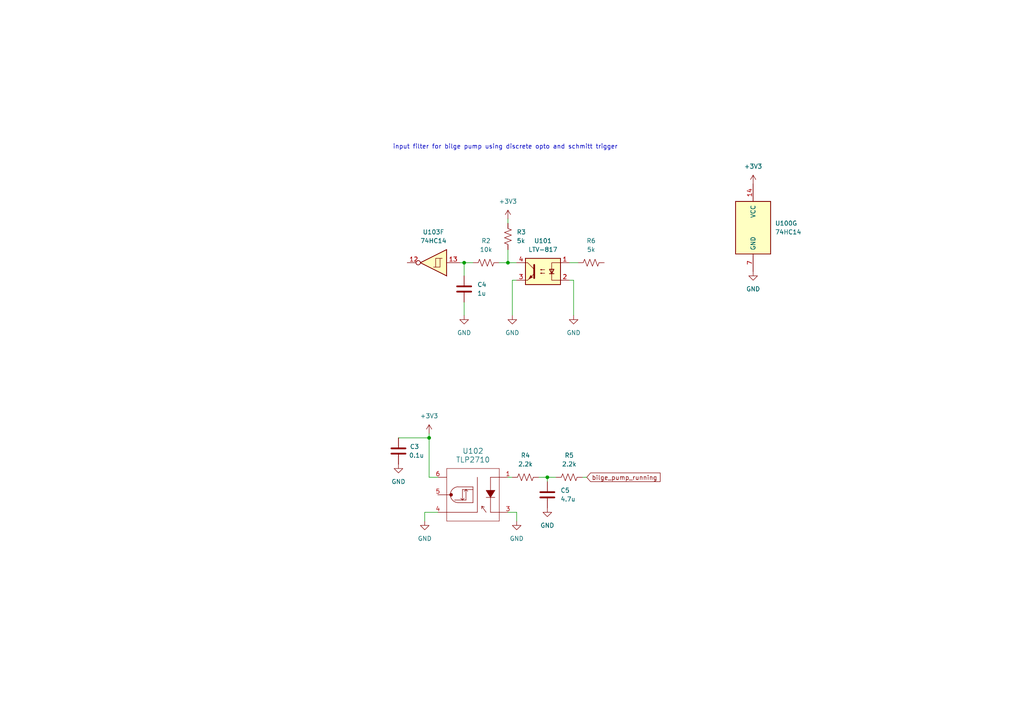
<source format=kicad_sch>
(kicad_sch (version 20231120) (generator "eeschema") (generator_version "8.0")
  (paper "A4")
  (lib_symbols
    (symbol "74xx:74HC14" (pin_names (offset 1.016))
      (property "Reference" "U" (at 0 1.27 0))
      (property "Value" "74HC14" (at 0 -1.27 0))
      (symbol "74HC14_1_0"
        (polyline (pts (xy -3.81 3.81) (xy -3.81 -3.81) (xy 3.81 0) (xy -3.81 3.81)) (stroke (width 0.254)) (fill (type background)))
        (pin input line (at -7.62 0 0) (length 3.81) (name "~") (number "1"))
        (pin output inverted (at 7.62 0 180) (length 3.81) (name "~") (number "2"))
      )
      (symbol "74HC14_1_1"
        (polyline (pts (xy -1.905 -1.27) (xy -1.905 1.27) (xy -0.635 1.27)))
        (polyline (pts (xy -2.54 -1.27) (xy -0.635 -1.27) (xy -0.635 1.27) (xy 0 1.27)))
      )
      (symbol "74HC14_2_0"
        (polyline (pts (xy -3.81 3.81) (xy -3.81 -3.81) (xy 3.81 0) (xy -3.81 3.81)) (stroke (width 0.254)) (fill (type background)))
        (pin input line (at -7.62 0 0) (length 3.81) (name "~") (number "3"))
        (pin output inverted (at 7.62 0 180) (length 3.81) (name "~") (number "4"))
      )
      (symbol "74HC14_2_1"
        (polyline (pts (xy -1.905 -1.27) (xy -1.905 1.27) (xy -0.635 1.27)))
        (polyline (pts (xy -2.54 -1.27) (xy -0.635 -1.27) (xy -0.635 1.27) (xy 0 1.27)))
      )
      (symbol "74HC14_3_0"
        (polyline (pts (xy -3.81 3.81) (xy -3.81 -3.81) (xy 3.81 0) (xy -3.81 3.81)) (stroke (width 0.254)) (fill (type background)))
        (pin input line (at -7.62 0 0) (length 3.81) (name "~") (number "5"))
        (pin output inverted (at 7.62 0 180) (length 3.81) (name "~") (number "6"))
      )
      (symbol "74HC14_3_1"
        (polyline (pts (xy -1.905 -1.27) (xy -1.905 1.27) (xy -0.635 1.27)))
        (polyline (pts (xy -2.54 -1.27) (xy -0.635 -1.27) (xy -0.635 1.27) (xy 0 1.27)))
      )
      (symbol "74HC14_4_0"
        (polyline (pts (xy -3.81 3.81) (xy -3.81 -3.81) (xy 3.81 0) (xy -3.81 3.81)) (stroke (width 0.254)) (fill (type background)))
        (pin output inverted (at 7.62 0 180) (length 3.81) (name "~") (number "8"))
        (pin input line (at -7.62 0 0) (length 3.81) (name "~") (number "9"))
      )
      (symbol "74HC14_4_1"
        (polyline (pts (xy -1.905 -1.27) (xy -1.905 1.27) (xy -0.635 1.27)))
        (polyline (pts (xy -2.54 -1.27) (xy -0.635 -1.27) (xy -0.635 1.27) (xy 0 1.27)))
      )
      (symbol "74HC14_5_0"
        (polyline (pts (xy -3.81 3.81) (xy -3.81 -3.81) (xy 3.81 0) (xy -3.81 3.81)) (stroke (width 0.254)) (fill (type background)))
        (pin output inverted (at 7.62 0 180) (length 3.81) (name "~") (number "10"))
        (pin input line (at -7.62 0 0) (length 3.81) (name "~") (number "11"))
      )
      (symbol "74HC14_5_1"
        (polyline (pts (xy -1.905 -1.27) (xy -1.905 1.27) (xy -0.635 1.27)))
        (polyline (pts (xy -2.54 -1.27) (xy -0.635 -1.27) (xy -0.635 1.27) (xy 0 1.27)))
      )
      (symbol "74HC14_6_0"
        (polyline (pts (xy -3.81 3.81) (xy -3.81 -3.81) (xy 3.81 0) (xy -3.81 3.81)) (stroke (width 0.254)) (fill (type background)))
        (pin output inverted (at 7.62 0 180) (length 3.81) (name "~") (number "12"))
        (pin input line (at -7.62 0 0) (length 3.81) (name "~") (number "13"))
      )
      (symbol "74HC14_6_1"
        (polyline (pts (xy -1.905 -1.27) (xy -1.905 1.27) (xy -0.635 1.27)))
        (polyline (pts (xy -2.54 -1.27) (xy -0.635 -1.27) (xy -0.635 1.27) (xy 0 1.27)))
      )
      (symbol "74HC14_7_0"
        (pin power_in line (at 0 12.7 270) (length 5.08) (name "VCC") (number "14"))
        (pin power_in line (at 0 -12.7 90) (length 5.08) (name "GND") (number "7"))
      )
      (symbol "74HC14_7_1"
        (rectangle (start -5.08 7.62) (end 5.08 -7.62) (stroke (width 0.254)) (fill (type background)))
      )
    )
    (symbol "Device:C" (pin_numbers hide) (pin_names (offset 0.254))
      (property "Reference" "C" (at 0.635 2.54 0))
      (property "Value" "C" (at 0.635 -2.54 0))
      (symbol "C_0_1"
        (polyline (pts (xy -2.032 -0.762) (xy 2.032 -0.762)) (stroke (width 0.508)))
        (polyline (pts (xy -2.032 0.762) (xy 2.032 0.762)) (stroke (width 0.508)))
      )
      (symbol "C_1_1"
        (pin passive line (at 0 3.81 270) (length 2.794) (name "~") (number "1"))
        (pin passive line (at 0 -3.81 90) (length 2.794) (name "~") (number "2"))
      )
    )
    (symbol "Device:R_US" (pin_numbers hide) (pin_names (offset 0))
      (property "Reference" "R" (at 2.54 0 90))
      (property "Value" "R_US" (at -2.54 0 90))
      (symbol "R_US_0_1"
        (polyline (pts (xy 0 -2.286) (xy 0 -2.54)))
        (polyline (pts (xy 0 2.286) (xy 0 2.54)))
        (polyline (pts (xy 0 -0.762) (xy 1.016 -1.143) (xy 0 -1.524) (xy -1.016 -1.905) (xy 0 -2.286)))
        (polyline (pts (xy 0 0.762) (xy 1.016 0.381) (xy 0 0) (xy -1.016 -0.381) (xy 0 -0.762)))
        (polyline (pts (xy 0 2.286) (xy 1.016 1.905) (xy 0 1.524) (xy -1.016 1.143) (xy 0 0.762)))
      )
      (symbol "R_US_1_1"
        (pin passive line (at 0 3.81 270) (length 1.27) (name "~") (number "1"))
        (pin passive line (at 0 -3.81 90) (length 1.27) (name "~") (number "2"))
      )
    )
    (symbol "Isolator:LTV-817" (pin_names (offset 1.016))
      (property "Reference" "U" (at -5.08 5.08 0))
      (property "Value" "LTV-817" (at 0 5.08 0))
      (symbol "LTV-817_0_1"
        (rectangle (start -5.08 3.81) (end 5.08 -3.81) (stroke (width 0.254)) (fill (type background)))
        (polyline (pts (xy -3.175 -0.635) (xy -1.905 -0.635)) (stroke (width 0.254)))
        (polyline (pts (xy 2.54 0.635) (xy 4.445 2.54)))
        (polyline (pts (xy 4.445 -2.54) (xy 2.54 -0.635)) (fill (type outline)))
        (polyline (pts (xy 4.445 -2.54) (xy 5.08 -2.54)))
        (polyline (pts (xy 4.445 2.54) (xy 5.08 2.54)))
        (polyline (pts (xy -5.08 2.54) (xy -2.54 2.54) (xy -2.54 -0.762)))
        (polyline (pts (xy -2.54 -0.635) (xy -2.54 -2.54) (xy -5.08 -2.54)))
        (polyline (pts (xy 2.54 1.905) (xy 2.54 -1.905) (xy 2.54 -1.905)) (stroke (width 0.508)))
        (polyline (pts (xy -2.54 -0.635) (xy -3.175 0.635) (xy -1.905 0.635) (xy -2.54 -0.635)) (stroke (width 0.254)))
        (polyline (pts (xy -0.508 -0.508) (xy 0.762 -0.508) (xy 0.381 -0.635) (xy 0.381 -0.381) (xy 0.762 -0.508)))
        (polyline (pts (xy -0.508 0.508) (xy 0.762 0.508) (xy 0.381 0.381) (xy 0.381 0.635) (xy 0.762 0.508)))
        (polyline (pts (xy 3.048 -1.651) (xy 3.556 -1.143) (xy 4.064 -2.159) (xy 3.048 -1.651) (xy 3.048 -1.651)) (fill (type outline)))
      )
      (symbol "LTV-817_1_1"
        (pin passive line (at -7.62 2.54 0) (length 2.54) (name "~") (number "1"))
        (pin passive line (at -7.62 -2.54 0) (length 2.54) (name "~") (number "2"))
        (pin passive line (at 7.62 -2.54 180) (length 2.54) (name "~") (number "3"))
        (pin passive line (at 7.62 2.54 180) (length 2.54) (name "~") (number "4"))
      )
    )
    (symbol "TLP2710:TLP2710" (pin_names (offset 0.254) hide)
      (property "Reference" "U4" (at 7.62 5.08 0))
      (property "Value" "TLP2710" (at 7.62 2.54 0))
      (symbol "TLP2710_0_1"
        (polyline (pts (xy -2.54 -12.7) (xy 0 -12.7)))
        (polyline (pts (xy -2.54 -2.54) (xy 0 -2.54)))
        (polyline (pts (xy 0 -15.24) (xy 0 0)) (stroke (width 0.127)))
        (polyline (pts (xy 0 0) (xy 15.24 0)) (stroke (width 0.127)))
        (polyline (pts (xy 1.27 -8.382) (xy 3.81 -8.382)))
        (polyline (pts (xy 2.54 -12.7) (xy 0 -12.7)))
        (polyline (pts (xy 2.54 -12.7) (xy 2.54 -8.382)))
        (polyline (pts (xy 2.54 -6.35) (xy 2.54 -2.54)))
        (polyline (pts (xy 2.54 -2.54) (xy 0 -2.54)))
        (polyline (pts (xy 4.318 -11.176) (xy 5.08 -10.922)))
        (polyline (pts (xy 5.08 -11.684) (xy 5.08 -10.922)))
        (polyline (pts (xy 5.08 -10.922) (xy 3.81 -12.7)))
        (polyline (pts (xy 6.35 -12.7) (xy 15.24 -12.7)))
        (polyline (pts (xy 6.35 -2.54) (xy 6.35 -12.7)))
        (polyline (pts (xy 7.62 -9.906) (xy 11.938 -9.906)))
        (polyline (pts (xy 7.62 -6.096) (xy 10.668 -6.096)))
        (polyline (pts (xy 7.62 -5.334) (xy 7.62 -9.906)))
        (polyline (pts (xy 7.62 -5.334) (xy 11.938 -5.334)))
        (polyline (pts (xy 9.652 -9.144) (xy 9.652 -6.096)))
        (polyline (pts (xy 9.652 -9.144) (xy 12.954 -9.144)))
        (polyline (pts (xy 9.652 -6.096) (xy 9.144 -6.604)))
        (polyline (pts (xy 9.652 -6.096) (xy 10.16 -6.604)))
        (polyline (pts (xy 10.668 -9.144) (xy 10.16 -8.636)))
        (polyline (pts (xy 10.668 -9.144) (xy 11.176 -8.636)))
        (polyline (pts (xy 10.668 -6.096) (xy 10.668 -9.144)))
        (polyline (pts (xy 14.478 -7.62) (xy 15.24 -7.62)))
        (polyline (pts (xy 15.24 -15.24) (xy 0 -15.24)) (stroke (width 0.127)))
        (polyline (pts (xy 15.24 0) (xy 15.24 -15.24)) (stroke (width 0.127)))
        (polyline (pts (xy 17.78 -12.7) (xy 15.24 -12.7)))
        (polyline (pts (xy 17.78 -7.62) (xy 15.24 -7.62)))
        (polyline (pts (xy 17.78 -2.54) (xy 15.24 -2.54)))
        (polyline (pts (xy 1.27 -6.35) (xy 1.27 -6.35) (xy 3.81 -6.35) (xy 2.54 -8.382) (xy 1.27 -6.35)) (fill (type outline)))
        (arc (start 12 -9.9) (mid 14.1818 -7.6) (end 12 -5.3))
        (circle (center 13.97 -7.62) (radius 0.254) (stroke (width 0.508)))
        (pin unspecified line (at -2.5146 -2.54 180) (length 0.0254) (name "1") (number "1"))
        (pin unspecified line (at -2.5146 -12.7 180) (length 0.0254) (name "3") (number "3"))
        (pin power_out line (at 17.8054 -12.7 180) (length 0.0254) (name "4") (number "4"))
        (pin output line (at 17.8054 -7.62 180) (length 0.0254) (name "5") (number "5"))
        (pin power_in line (at 17.8054 -2.54 180) (length 0.0254) (name "6") (number "6"))
      )
    )
    (symbol "power:+3V3" (power) (pin_names (offset 0))
      (property "Value" "+3V3" (at 0 3.556 0))
      (symbol "+3V3_0_1"
        (polyline (pts (xy -0.762 1.27) (xy 0 2.54)))
        (polyline (pts (xy 0 0) (xy 0 2.54)))
        (polyline (pts (xy 0 2.54) (xy 0.762 1.27)))
      )
      (symbol "+3V3_1_1"
        (pin power_in line (at 0 0 90) (length 0) hide (name "+3V3") (number "1"))
      )
    )
    (symbol "power:GND" (power) (pin_names (offset 0))
      (property "Value" "GND" (at 0 -3.81 0))
      (symbol "GND_0_1"
        (polyline (pts (xy 0 0) (xy 0 -1.27) (xy 1.27 -1.27) (xy 0 -2.54) (xy -1.27 -1.27) (xy 0 -1.27)))
      )
      (symbol "GND_1_1"
        (pin power_in line (at 0 0 270) (length 0) hide (name "GND") (number "1"))
      )
    )
  )
  (junction (at 124.46 127))
  (junction (at 158.75 138.43))
  (junction (at 147.32 76.2))
  (junction (at 134.62 76.2))
  (wire (pts (xy 134.62 91.44) (xy 134.62 87.63)))
  (wire (pts (xy 166.37 81.28) (xy 165.1 81.28)))
  (wire (pts (xy 123.19 148.59) (xy 127 148.59)))
  (wire (pts (xy 158.75 138.43) (xy 161.29 138.43)))
  (wire (pts (xy 165.1 76.2) (xy 167.64 76.2)))
  (wire (pts (xy 147.32 138.43) (xy 148.59 138.43)))
  (wire (pts (xy 158.75 139.7) (xy 158.75 138.43)))
  (wire (pts (xy 115.57 127) (xy 124.46 127)))
  (wire (pts (xy 147.32 76.2) (xy 149.86 76.2)))
  (wire (pts (xy 124.46 125.73) (xy 124.46 127)))
  (wire (pts (xy 149.86 81.28) (xy 148.59 81.28)))
  (wire (pts (xy 124.46 138.43) (xy 127 138.43)))
  (wire (pts (xy 147.32 63.5) (xy 147.32 64.77)))
  (wire (pts (xy 134.62 76.2) (xy 137.16 76.2)))
  (wire (pts (xy 148.59 81.28) (xy 148.59 91.44)))
  (wire (pts (xy 124.46 127) (xy 124.46 138.43)))
  (wire (pts (xy 168.91 138.43) (xy 170.18 138.43)))
  (wire (pts (xy 144.78 76.2) (xy 147.32 76.2)))
  (wire (pts (xy 166.37 81.28) (xy 166.37 91.44)))
  (wire (pts (xy 133.35 76.2) (xy 134.62 76.2)))
  (wire (pts (xy 134.62 76.2) (xy 134.62 80.01)))
  (wire (pts (xy 149.86 148.59) (xy 147.32 148.59)))
  (wire (pts (xy 123.19 151.13) (xy 123.19 148.59)))
  (wire (pts (xy 156.21 138.43) (xy 158.75 138.43)))
  (wire (pts (xy 149.86 151.13) (xy 149.86 148.59)))
  (wire (pts (xy 147.32 72.39) (xy 147.32 76.2)))
  (text "input filter for bilge pump using discrete opto and schmitt trigger" (at 146.558 42.672 0) (effects (font (size 1.27 1.27))))
  (global_label "bilge_pump_running" (shape input) (at 170.18 138.43 0) (property "Intersheetrefs" "${INTERSHEET_REFS}" (effects (hide yes))))
  (symbol (lib_id "power:GND") (at 149.86 151.13 0) (unit 1) (on_board no)
    (property "Reference" "#PWR017" (effects (hide yes)))
    (property "Value" "GND" (at 149.86 156.21 0))
  )
  (symbol (lib_id "TLP2710:TLP2710") (at 144.8054 135.89 0) (mirror y) (unit 1) (on_board no)
    (property "Reference" "U102" (at 137.1854 130.81 0) (effects (font (size 1.524 1.524))))
    (property "Value" "TLP2710" (at 137.1854 133.35 0) (effects (font (size 1.524 1.524))))
    (property "Footprint" "Package_SO:SO-6L_10x3.84mm_P1.27mm" (effects (hide yes)))
    (property "Datasheet" "TLP2710" (effects (hide yes)))
  )
  (symbol (lib_id "power:GND") (at 158.75 147.32 0) (unit 1) (on_board no)
    (property "Reference" "#PWR018" (effects (hide yes)))
    (property "Value" "GND" (at 158.75 152.4 0))
  )
  (symbol (lib_id "74xx:74HC14") (at 218.44 66.04 0) (unit 7) (on_board no)
    (property "Reference" "U100" (at 224.79 64.77 0) (effects (justify left)))
    (property "Value" "74HC14" (at 224.79 67.31 0) (effects (justify left)))
    (property "Footprint" "Package_DIP:DIP-14_W7.62mm" (effects (hide yes)))
    (property "Datasheet" "http://www.ti.com/lit/gpn/sn74HC14" (effects (hide yes)))
  )
  (symbol (lib_id "Device:R_US") (at 147.32 68.58 180) (unit 1) (on_board no)
    (property "Reference" "R3" (at 149.86 67.31 0) (effects (justify right)))
    (property "Value" "5k" (at 149.86 69.85 0) (effects (justify right)))
    (property "Footprint" "Resistor_SMD:R_0805_2012Metric" (effects (hide yes)))
  )
  (symbol (lib_id "Device:R_US") (at 152.4 138.43 90) (unit 1) (on_board no)
    (property "Reference" "R4" (at 152.4 132.08 90))
    (property "Value" "2.2k" (at 152.4 134.62 90))
    (property "Footprint" "Resistor_SMD:R_0805_2012Metric" (effects (hide yes)))
  )
  (symbol (lib_id "Device:R_US") (at 165.1 138.43 90) (unit 1) (on_board no)
    (property "Reference" "R5" (at 165.1 132.08 90))
    (property "Value" "2.2k" (at 165.1 134.62 90))
    (property "Footprint" "Resistor_SMD:R_0805_2012Metric" (effects (hide yes)))
  )
  (symbol (lib_id "power:GND") (at 115.57 134.62 0) (unit 1) (on_board no)
    (property "Reference" "#PWR011" (effects (hide yes)))
    (property "Value" "GND" (at 115.57 139.7 0))
  )
  (symbol (lib_id "74xx:74HC14") (at 125.73 76.2 180) (unit 6) (on_board no)
    (property "Reference" "U103" (at 125.73 67.31 0))
    (property "Value" "74HC14" (at 125.73 69.85 0))
    (property "Footprint" "Package_DIP:DIP-14_W7.62mm" (effects (hide yes)))
    (property "Datasheet" "http://www.ti.com/lit/gpn/sn74HC14" (effects (hide yes)))
  )
  (symbol (lib_id "power:GND") (at 148.59 91.44 0) (unit 1) (on_board no)
    (property "Reference" "#PWR016" (effects (hide yes)))
    (property "Value" "GND" (at 148.59 96.52 0))
  )
  (symbol (lib_id "power:GND") (at 123.19 151.13 0) (unit 1) (on_board no)
    (property "Reference" "#PWR012" (effects (hide yes)))
    (property "Value" "GND" (at 123.19 156.21 0))
  )
  (symbol (lib_id "Device:C") (at 115.57 130.81 0) (unit 1) (on_board no)
    (property "Reference" "C3" (at 118.872 129.54 0) (effects (justify left)))
    (property "Value" "0.1u" (at 118.618 132.08 0) (effects (justify left)))
    (property "Footprint" "Capacitor_SMD:C_0805_2012Metric" (effects (hide yes)))
  )
  (symbol (lib_id "power:+3V3") (at 147.32 63.5 0) (unit 1) (on_board no)
    (property "Reference" "#PWR015" (effects (hide yes)))
    (property "Value" "+3V3" (at 147.32 58.42 0))
  )
  (symbol (lib_id "power:GND") (at 134.62 91.44 0) (unit 1) (on_board no)
    (property "Reference" "#PWR014" (effects (hide yes)))
    (property "Value" "GND" (at 134.62 96.52 0))
  )
  (symbol (lib_id "Device:R_US") (at 171.45 76.2 90) (unit 1) (on_board no)
    (property "Reference" "R6" (at 171.45 69.85 90))
    (property "Value" "5k" (at 171.45 72.39 90))
    (property "Footprint" "Resistor_SMD:R_0805_2012Metric" (effects (hide yes)))
  )
  (symbol (lib_id "power:+3V3") (at 124.46 125.73 0) (unit 1) (on_board no)
    (property "Reference" "#PWR013" (effects (hide yes)))
    (property "Value" "+3V3" (at 124.46 120.65 0))
  )
  (symbol (lib_id "power:GND") (at 218.44 78.74 0) (unit 1) (on_board no)
    (property "Reference" "#PWR021" (effects (hide yes)))
    (property "Value" "GND" (at 218.44 83.82 0))
  )
  (symbol (lib_id "Device:C") (at 134.62 83.82 0) (unit 1) (on_board no)
    (property "Reference" "C4" (at 138.43 82.55 0) (effects (justify left)))
    (property "Value" "1u" (at 138.43 85.09 0) (effects (justify left)))
    (property "Footprint" "Capacitor_SMD:C_0805_2012Metric" (effects (hide yes)))
  )
  (symbol (lib_id "power:GND") (at 166.37 91.44 0) (unit 1) (on_board no)
    (property "Reference" "#PWR019" (effects (hide yes)))
    (property "Value" "GND" (at 166.37 96.52 0))
  )
  (symbol (lib_id "Isolator:LTV-817") (at 157.48 78.74 0) (mirror y) (unit 1) (on_board no)
    (property "Reference" "U101" (at 157.48 69.85 0))
    (property "Value" "LTV-817" (at 157.48 72.39 0))
    (property "Footprint" "Package_DIP:DIP-4_W7.62mm" (effects (hide yes)))
    (property "Datasheet" "http://www.us.liteon.com/downloads/LTV-817-827-847.PDF" (effects (hide yes)))
  )
  (symbol (lib_id "Device:C") (at 158.75 143.51 0) (unit 1) (on_board no)
    (property "Reference" "C5" (at 162.56 142.2399 0) (effects (justify left)))
    (property "Value" "4.7u" (at 162.56 144.7799 0) (effects (justify left)))
    (property "Footprint" "Capacitor_SMD:C_0805_2012Metric" (effects (hide yes)))
  )
  (symbol (lib_id "power:+3V3") (at 218.44 53.34 0) (unit 1) (on_board no)
    (property "Reference" "#PWR020" (effects (hide yes)))
    (property "Value" "+3V3" (at 218.44 48.26 0))
  )
  (symbol (lib_id "Device:R_US") (at 140.97 76.2 90) (unit 1) (on_board no)
    (property "Reference" "R2" (at 140.97 69.85 90))
    (property "Value" "10k" (at 140.97 72.39 90))
    (property "Footprint" "Resistor_SMD:R_0805_2012Metric" (effects (hide yes)))
  )
)
</source>
